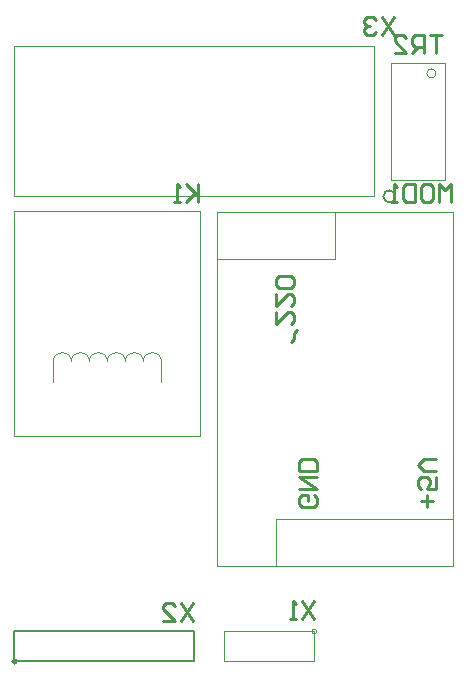
<source format=gbr>
%TF.GenerationSoftware,Altium Limited,Altium Designer,20.2.5 (213)*%
G04 Layer_Color=32896*
%FSLAX26Y26*%
%MOIN*%
%TF.SameCoordinates,777CE05A-463F-4341-A6E9-F235672CD6F8*%
%TF.FilePolarity,Positive*%
%TF.FileFunction,Legend,Bot*%
%TF.Part,Single*%
G01*
G75*
%TA.AperFunction,NonConductor*%
%ADD24C,0.010000*%
%ADD36C,0.004000*%
%ADD37C,0.008000*%
%ADD38C,0.002000*%
D24*
X1150000Y349981D02*
X1110013Y290000D01*
Y349981D02*
X1150000Y290000D01*
X1090019D02*
X1070026D01*
X1080023D01*
Y349981D01*
X1090019Y339984D01*
X1071559Y1215984D02*
X1081555Y1225981D01*
Y1245974D01*
X1091552Y1255971D01*
X1021575Y1315952D02*
Y1275965D01*
X1061562Y1315952D01*
X1071559D01*
X1081555Y1305955D01*
Y1285961D01*
X1071559Y1275965D01*
X1021575Y1375932D02*
Y1335945D01*
X1061562Y1375932D01*
X1071559D01*
X1081555Y1365936D01*
Y1345942D01*
X1071559Y1335945D01*
Y1395926D02*
X1081555Y1405923D01*
Y1425916D01*
X1071559Y1435913D01*
X1031572D01*
X1021575Y1425916D01*
Y1405923D01*
X1031572Y1395926D01*
X1071559D01*
X1524006Y664803D02*
Y704790D01*
X1544000Y684797D02*
X1504013D01*
X1553996Y764771D02*
Y724784D01*
X1524006D01*
X1534003Y744777D01*
Y754774D01*
X1524006Y764771D01*
X1504013D01*
X1494016Y754774D01*
Y734780D01*
X1504013Y724784D01*
X1553996Y784764D02*
X1514009D01*
X1494016Y804758D01*
X1514009Y824751D01*
X1553996D01*
X1150299Y704790D02*
X1160296Y694793D01*
Y674800D01*
X1150299Y664803D01*
X1110312D01*
X1100315Y674800D01*
Y694793D01*
X1110312Y704790D01*
X1130305D01*
Y684797D01*
X1100315Y724784D02*
X1160296D01*
X1100315Y764771D01*
X1160296D01*
Y784764D02*
X1100315D01*
Y814755D01*
X1110312Y824751D01*
X1150299D01*
X1160296Y814755D01*
Y784764D01*
X1414000Y2297981D02*
X1374013Y2238000D01*
Y2297981D02*
X1414000Y2238000D01*
X1354019Y2287984D02*
X1344023Y2297981D01*
X1324029D01*
X1314032Y2287984D01*
Y2277987D01*
X1324029Y2267990D01*
X1334026D01*
X1324029D01*
X1314032Y2257994D01*
Y2247997D01*
X1324029Y2238000D01*
X1344023D01*
X1354019Y2247997D01*
X762000Y1741981D02*
Y1682000D01*
Y1701994D01*
X722013Y1741981D01*
X752003Y1711990D01*
X722013Y1682000D01*
X702019D02*
X682026D01*
X692023D01*
Y1741981D01*
X702019Y1731984D01*
X1577000Y2236981D02*
X1537013D01*
X1557006D01*
Y2177000D01*
X1517019D02*
Y2236981D01*
X1487029D01*
X1477032Y2226984D01*
Y2206990D01*
X1487029Y2196994D01*
X1517019D01*
X1497026D02*
X1477032Y2177000D01*
X1417052D02*
X1457039D01*
X1417052Y2216987D01*
Y2226984D01*
X1427049Y2236981D01*
X1447042D01*
X1457039Y2226984D01*
X744000Y343981D02*
X704013Y284000D01*
Y343981D02*
X744000Y284000D01*
X644032D02*
X684019D01*
X644032Y323987D01*
Y333984D01*
X654029Y343981D01*
X674023D01*
X684019Y333984D01*
X1604425Y1681504D02*
Y1741485D01*
X1584432Y1721491D01*
X1564438Y1741485D01*
Y1681504D01*
X1514454Y1741485D02*
X1534448D01*
X1544445Y1731488D01*
Y1691501D01*
X1534448Y1681504D01*
X1514454D01*
X1504457Y1691501D01*
Y1731488D01*
X1514454Y1741485D01*
X1484464D02*
Y1681504D01*
X1454474D01*
X1444477Y1691501D01*
Y1731488D01*
X1454474Y1741485D01*
X1484464D01*
X1424483Y1681504D02*
X1404490D01*
X1414487D01*
Y1741485D01*
X1424483Y1731488D01*
D36*
X1158000Y250000D02*
G03*
X1158000Y250000I-8000J0D01*
G01*
X340000Y1150000D02*
G03*
X280000Y1150000I-30000J0D01*
G01*
X400000D02*
G03*
X340000Y1150000I-30000J0D01*
G01*
X460000D02*
G03*
X400000Y1150000I-30000J0D01*
G01*
X520000D02*
G03*
X460000Y1150000I-30000J0D01*
G01*
X580000D02*
G03*
X520000Y1150000I-30000J0D01*
G01*
X640000D02*
G03*
X580000Y1150000I-30000J0D01*
G01*
X1554997Y2110003D02*
G03*
X1554997Y2110003I-15000J0D01*
G01*
X1150000Y150000D02*
Y250000D01*
X850000Y150000D02*
X1150000D01*
X850000D02*
Y250000D01*
X1150000D01*
X150000Y1700000D02*
X1350000D01*
X150000D02*
Y2200000D01*
X1350000Y1700000D02*
Y2200000D01*
X150000D02*
X1350000D01*
X280000Y1080000D02*
Y1150000D01*
X640000Y1080000D02*
Y1150000D01*
X770000Y900000D02*
Y1650000D01*
X150000Y900000D02*
X770000D01*
X150000D02*
Y1650000D01*
X770000D01*
X1404997Y2145003D02*
X1584997D01*
X1584997Y1755003D02*
X1584997Y2145003D01*
X1404997Y1755003D02*
X1584997Y1755003D01*
X1404997Y1755003D02*
Y2145003D01*
D37*
X1420000Y1700000D02*
G03*
X1420000Y1700000I-20000J0D01*
G01*
X157071Y150000D02*
G03*
X157071Y150000I-7071J0D01*
G01*
X150000D02*
Y250000D01*
X750000Y250000D01*
Y150000D02*
Y250000D01*
X150000Y150000D02*
X750000Y150000D01*
D38*
X1021575Y625433D02*
X1612126D01*
X1021575Y467953D02*
Y625433D01*
X1218425Y1491575D02*
Y1649055D01*
X824724Y1491575D02*
X1218425D01*
X824724D02*
X1218425D01*
X1612126Y467953D02*
Y1649055D01*
X824724Y467953D02*
X1612126D01*
X824724D02*
Y1649055D01*
X1612126D01*
%TF.MD5,6bb38817f10ff7268a2dc8033cd2a98a*%
M02*

</source>
